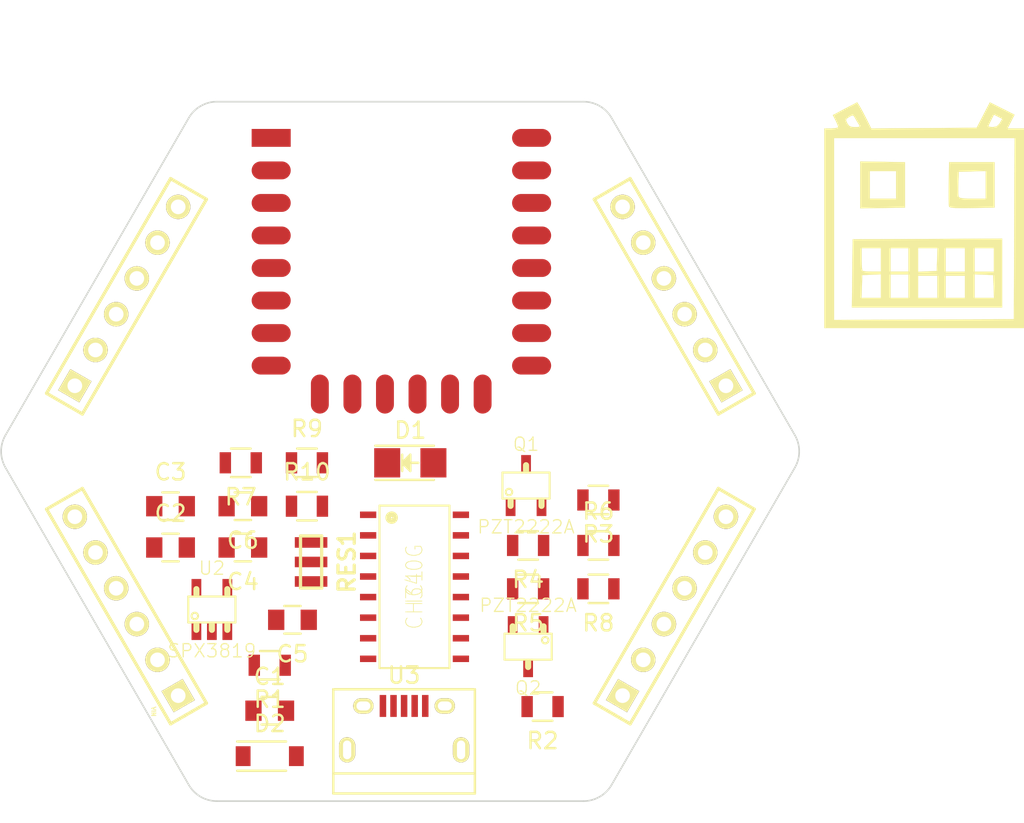
<source format=kicad_pcb>
(kicad_pcb (version 20160815) (host pcbnew 201610071317+7282~55~ubuntu16.04.1-)

  (general
    (links 70)
    (no_connects 70)
    (area 117.4115 29.817699 197.942003 80.7715)
    (thickness 1.6)
    (drawings 13)
    (tracks 2)
    (zones 0)
    (modules 30)
    (nets 48)
  )

  (page A4)
  (layers
    (0 F.Cu signal)
    (31 B.Cu signal)
    (32 B.Adhes user)
    (33 F.Adhes user)
    (34 B.Paste user)
    (35 F.Paste user)
    (36 B.SilkS user)
    (37 F.SilkS user)
    (38 B.Mask user)
    (39 F.Mask user)
    (40 Dwgs.User user)
    (41 Cmts.User user)
    (42 Eco1.User user)
    (43 Eco2.User user)
    (44 Edge.Cuts user)
    (45 Margin user)
    (46 B.CrtYd user)
    (47 F.CrtYd user)
    (48 B.Fab user)
    (49 F.Fab user)
  )

  (setup
    (last_trace_width 0.15)
    (user_trace_width 0.15)
    (user_trace_width 0.2)
    (user_trace_width 0.25)
    (user_trace_width 0.3)
    (user_trace_width 0.4)
    (user_trace_width 0.5)
    (user_trace_width 0.8)
    (user_trace_width 1)
    (trace_clearance 0.149)
    (zone_clearance 0.508)
    (zone_45_only no)
    (trace_min 0.15)
    (segment_width 0.01)
    (edge_width 0.1)
    (via_size 0.6)
    (via_drill 0.3)
    (via_min_size 0.6)
    (via_min_drill 0.3)
    (uvia_size 0.3)
    (uvia_drill 0.1)
    (uvias_allowed no)
    (uvia_min_size 0.2)
    (uvia_min_drill 0.1)
    (pcb_text_width 0.3)
    (pcb_text_size 1.5 1.5)
    (mod_edge_width 0.15)
    (mod_text_size 1 1)
    (mod_text_width 0.15)
    (pad_size 0.6 1.05)
    (pad_drill 0)
    (pad_to_mask_clearance 0.075)
    (aux_axis_origin 0 0)
    (visible_elements FFFEFF7F)
    (pcbplotparams
      (layerselection 0x00030_ffffffff)
      (usegerberextensions false)
      (excludeedgelayer true)
      (linewidth 0.100000)
      (plotframeref false)
      (viasonmask false)
      (mode 1)
      (useauxorigin false)
      (hpglpennumber 1)
      (hpglpenspeed 20)
      (hpglpendiameter 15)
      (psnegative false)
      (psa4output false)
      (plotreference true)
      (plotvalue true)
      (plotinvisibletext false)
      (padsonsilk false)
      (subtractmaskfromsilk false)
      (outputformat 1)
      (mirror false)
      (drillshape 1)
      (scaleselection 1)
      (outputdirectory ""))
  )

  (net 0 "")
  (net 1 VBUS)
  (net 2 GND)
  (net 3 +3V3)
  (net 4 /GPIO15)
  (net 5 /GPIO0)
  (net 6 /GPIO16)
  (net 7 /GPIO2)
  (net 8 /GPIO5)
  (net 9 /GPIO4)
  (net 10 /GPIO14)
  (net 11 /GPIO13)
  (net 12 /GPIO12)
  (net 13 /RXD)
  (net 14 /TXD)
  (net 15 /CH_PD)
  (net 16 /RESET)
  (net 17 "Net-(J4-Pad3)")
  (net 18 /ADC)
  (net 19 "Net-(U1-Pad9)")
  (net 20 "Net-(U1-Pad10)")
  (net 21 "Net-(U1-Pad11)")
  (net 22 "Net-(U1-Pad12)")
  (net 23 "Net-(U1-Pad13)")
  (net 24 "Net-(U1-Pad14)")
  (net 25 "Net-(J4-Pad2)")
  (net 26 "Net-(C5-Pad1)")
  (net 27 "Net-(IC1-Pad2)")
  (net 28 "Net-(IC1-Pad3)")
  (net 29 /D+)
  (net 30 /D-)
  (net 31 /XI)
  (net 32 /XO)
  (net 33 "Net-(IC1-Pad15)")
  (net 34 /RTS)
  (net 35 /DTR)
  (net 36 "Net-(IC1-Pad12)")
  (net 37 "Net-(IC1-Pad11)")
  (net 38 "Net-(IC1-Pad10)")
  (net 39 "Net-(IC1-Pad9)")
  (net 40 "Net-(Q1-Pad1)")
  (net 41 "Net-(Q2-Pad1)")
  (net 42 /EN)
  (net 43 "Net-(U2-Pad4)")
  (net 44 "Net-(U3-Pad4)")
  (net 45 "Net-(D1-Pad1)")
  (net 46 "Net-(J1-Pad1)")
  (net 47 "Net-(J1-Pad2)")

  (net_class Default "This is the default net class."
    (clearance 0.149)
    (trace_width 0.15)
    (via_dia 0.6)
    (via_drill 0.3)
    (uvia_dia 0.3)
    (uvia_drill 0.1)
    (diff_pair_gap 0.25)
    (diff_pair_width 0.2)
    (add_net +3V3)
    (add_net /ADC)
    (add_net /CH_PD)
    (add_net /D+)
    (add_net /D-)
    (add_net /DTR)
    (add_net /EN)
    (add_net /GPIO0)
    (add_net /GPIO12)
    (add_net /GPIO13)
    (add_net /GPIO14)
    (add_net /GPIO15)
    (add_net /GPIO16)
    (add_net /GPIO2)
    (add_net /GPIO4)
    (add_net /GPIO5)
    (add_net /RESET)
    (add_net /RTS)
    (add_net /RXD)
    (add_net /TXD)
    (add_net /XI)
    (add_net /XO)
    (add_net GND)
    (add_net "Net-(C5-Pad1)")
    (add_net "Net-(D1-Pad1)")
    (add_net "Net-(IC1-Pad10)")
    (add_net "Net-(IC1-Pad11)")
    (add_net "Net-(IC1-Pad12)")
    (add_net "Net-(IC1-Pad15)")
    (add_net "Net-(IC1-Pad2)")
    (add_net "Net-(IC1-Pad3)")
    (add_net "Net-(IC1-Pad9)")
    (add_net "Net-(J1-Pad1)")
    (add_net "Net-(J1-Pad2)")
    (add_net "Net-(J4-Pad2)")
    (add_net "Net-(J4-Pad3)")
    (add_net "Net-(Q1-Pad1)")
    (add_net "Net-(Q2-Pad1)")
    (add_net "Net-(U1-Pad10)")
    (add_net "Net-(U1-Pad11)")
    (add_net "Net-(U1-Pad12)")
    (add_net "Net-(U1-Pad13)")
    (add_net "Net-(U1-Pad14)")
    (add_net "Net-(U1-Pad9)")
    (add_net "Net-(U2-Pad4)")
    (add_net "Net-(U3-Pad4)")
    (add_net VBUS)
  )

  (module icezum:1x6-Socket-header-2.54mm locked (layer F.Cu) (tedit 57F84656) (tstamp 579D5290)
    (at 122.0089 53.6829 60)
    (descr "Through hole socket strip")
    (tags "socket strip")
    (path /579E29FC)
    (fp_text reference J1 (at -0.3175 -1.9558 60) (layer F.SilkS) hide
      (effects (font (size 0.5 0.5) (thickness 0.04)))
    )
    (fp_text value 1x6_female_pin_Header_2.54mm (at 4.2926 1.9304 60) (layer Eco2.User)
      (effects (font (size 0.5 0.5) (thickness 0.04)))
    )
    (fp_line (start -0.254 0) (end 0.254 0) (layer F.CrtYd) (width 0.05))
    (fp_line (start 0 -0.254) (end 0 0.254) (layer F.CrtYd) (width 0.05))
    (fp_line (start -1.4478 -1.4478) (end 14.1605 -1.4478) (layer F.CrtYd) (width 0.05))
    (fp_line (start 14.1605 -1.4478) (end 14.1605 1.4478) (layer F.CrtYd) (width 0.05))
    (fp_line (start 14.1605 1.4478) (end -1.4351 1.4478) (layer F.CrtYd) (width 0.05))
    (fp_line (start -1.4351 1.4478) (end -1.4478 -1.4478) (layer F.CrtYd) (width 0.05))
    (fp_line (start -1.27 -1.27) (end 13.97 -1.27) (layer F.SilkS) (width 0.2032))
    (fp_line (start 13.97 -1.27) (end 13.97 1.27) (layer F.SilkS) (width 0.2032))
    (fp_line (start 13.97 1.27) (end -1.27 1.27) (layer F.SilkS) (width 0.2032))
    (fp_line (start -1.27 1.27) (end -1.27 -1.27) (layer F.SilkS) (width 0.2032))
    (pad 6 thru_hole circle (at 12.7 0 60) (size 1.5 1.5) (drill 0.9) (layers *.Cu *.Mask F.SilkS)
      (net 16 /RESET))
    (pad 5 thru_hole circle (at 10.16 0 60) (size 1.5 1.5) (drill 0.9) (layers *.Cu *.Mask F.SilkS)
      (net 18 /ADC))
    (pad 4 thru_hole circle (at 7.62 0 60) (size 1.5 1.5) (drill 0.9) (layers *.Cu *.Mask F.SilkS)
      (net 15 /CH_PD))
    (pad 3 thru_hole circle (at 5.08 0 60) (size 1.5 1.5) (drill 0.9) (layers *.Cu *.Mask F.SilkS)
      (net 6 /GPIO16))
    (pad 2 thru_hole circle (at 2.54 0 60) (size 1.5 1.5) (drill 0.9) (layers *.Cu *.Mask F.SilkS)
      (net 47 "Net-(J1-Pad2)"))
    (pad 1 thru_hole rect (at 0 0 60) (size 1.5 1.5) (drill 0.9) (layers *.Cu *.Mask F.SilkS)
      (net 46 "Net-(J1-Pad1)"))
    (model ${KIPRJMOD}/3D/1x6-male-header-black.wrl
      (at (xyz 0.2519685039370079 0 0))
      (scale (xyz 0.3937 0.3937 0.3937))
      (rotate (xyz 0 0 0))
    )
  )

  (module icezum:1x6-Socket-header-2.54mm locked (layer F.Cu) (tedit 57F84656) (tstamp 579D529A)
    (at 128.3589 72.7329 120)
    (descr "Through hole socket strip")
    (tags "socket strip")
    (path /579E2D94)
    (fp_text reference J2 (at -0.3175 -1.9558 120) (layer F.SilkS) hide
      (effects (font (size 0.5 0.5) (thickness 0.04)))
    )
    (fp_text value 1x6_female_pin_Header_2.54mm (at 4.2926 1.9304 120) (layer Eco2.User)
      (effects (font (size 0.5 0.5) (thickness 0.04)))
    )
    (fp_line (start -0.254 0) (end 0.254 0) (layer F.CrtYd) (width 0.05))
    (fp_line (start 0 -0.254) (end 0 0.254) (layer F.CrtYd) (width 0.05))
    (fp_line (start -1.4478 -1.4478) (end 14.1605 -1.4478) (layer F.CrtYd) (width 0.05))
    (fp_line (start 14.1605 -1.4478) (end 14.1605 1.4478) (layer F.CrtYd) (width 0.05))
    (fp_line (start 14.1605 1.4478) (end -1.4351 1.4478) (layer F.CrtYd) (width 0.05))
    (fp_line (start -1.4351 1.4478) (end -1.4478 -1.4478) (layer F.CrtYd) (width 0.05))
    (fp_line (start -1.27 -1.27) (end 13.97 -1.27) (layer F.SilkS) (width 0.2032))
    (fp_line (start 13.97 -1.27) (end 13.97 1.27) (layer F.SilkS) (width 0.2032))
    (fp_line (start 13.97 1.27) (end -1.27 1.27) (layer F.SilkS) (width 0.2032))
    (fp_line (start -1.27 1.27) (end -1.27 -1.27) (layer F.SilkS) (width 0.2032))
    (pad 6 thru_hole circle (at 12.7 0 120) (size 1.5 1.5) (drill 0.9) (layers *.Cu *.Mask F.SilkS)
      (net 10 /GPIO14))
    (pad 5 thru_hole circle (at 10.16 0 120) (size 1.5 1.5) (drill 0.9) (layers *.Cu *.Mask F.SilkS)
      (net 12 /GPIO12))
    (pad 4 thru_hole circle (at 7.62 0 120) (size 1.5 1.5) (drill 0.9) (layers *.Cu *.Mask F.SilkS)
      (net 11 /GPIO13))
    (pad 3 thru_hole circle (at 5.08 0 120) (size 1.5 1.5) (drill 0.9) (layers *.Cu *.Mask F.SilkS)
      (net 2 GND))
    (pad 2 thru_hole circle (at 2.54 0 120) (size 1.5 1.5) (drill 0.9) (layers *.Cu *.Mask F.SilkS)
      (net 3 +3V3))
    (pad 1 thru_hole rect (at 0 0 120) (size 1.5 1.5) (drill 0.9) (layers *.Cu *.Mask F.SilkS)
      (net 1 VBUS))
    (model ${KIPRJMOD}/3D/1x6-male-header-yellow.wrl
      (at (xyz 0.2519685039370079 0 0))
      (scale (xyz 0.3937 0.3937 0.3937))
      (rotate (xyz 0 0 0))
    )
  )

  (module icezum:1x6-Socket-header-2.54mm locked (layer F.Cu) (tedit 57F84656) (tstamp 579D52A4)
    (at 162.0139 53.6829 120)
    (descr "Through hole socket strip")
    (tags "socket strip")
    (path /579E2CB2)
    (fp_text reference J3 (at -0.3175 -1.9558 120) (layer F.SilkS) hide
      (effects (font (size 0.5 0.5) (thickness 0.04)))
    )
    (fp_text value 1x6_female_pin_Header_2.54mm (at 4.2926 1.9304 120) (layer Eco2.User)
      (effects (font (size 0.5 0.5) (thickness 0.04)))
    )
    (fp_line (start -0.254 0) (end 0.254 0) (layer F.CrtYd) (width 0.05))
    (fp_line (start 0 -0.254) (end 0 0.254) (layer F.CrtYd) (width 0.05))
    (fp_line (start -1.4478 -1.4478) (end 14.1605 -1.4478) (layer F.CrtYd) (width 0.05))
    (fp_line (start 14.1605 -1.4478) (end 14.1605 1.4478) (layer F.CrtYd) (width 0.05))
    (fp_line (start 14.1605 1.4478) (end -1.4351 1.4478) (layer F.CrtYd) (width 0.05))
    (fp_line (start -1.4351 1.4478) (end -1.4478 -1.4478) (layer F.CrtYd) (width 0.05))
    (fp_line (start -1.27 -1.27) (end 13.97 -1.27) (layer F.SilkS) (width 0.2032))
    (fp_line (start 13.97 -1.27) (end 13.97 1.27) (layer F.SilkS) (width 0.2032))
    (fp_line (start 13.97 1.27) (end -1.27 1.27) (layer F.SilkS) (width 0.2032))
    (fp_line (start -1.27 1.27) (end -1.27 -1.27) (layer F.SilkS) (width 0.2032))
    (pad 6 thru_hole circle (at 12.7 0 120) (size 1.5 1.5) (drill 0.9) (layers *.Cu *.Mask F.SilkS)
      (net 14 /TXD))
    (pad 5 thru_hole circle (at 10.16 0 120) (size 1.5 1.5) (drill 0.9) (layers *.Cu *.Mask F.SilkS)
      (net 13 /RXD))
    (pad 4 thru_hole circle (at 7.62 0 120) (size 1.5 1.5) (drill 0.9) (layers *.Cu *.Mask F.SilkS)
      (net 8 /GPIO5))
    (pad 3 thru_hole circle (at 5.08 0 120) (size 1.5 1.5) (drill 0.9) (layers *.Cu *.Mask F.SilkS)
      (net 9 /GPIO4))
    (pad 2 thru_hole circle (at 2.54 0 120) (size 1.5 1.5) (drill 0.9) (layers *.Cu *.Mask F.SilkS)
      (net 5 /GPIO0))
    (pad 1 thru_hole rect (at 0 0 120) (size 1.5 1.5) (drill 0.9) (layers *.Cu *.Mask F.SilkS)
      (net 7 /GPIO2))
    (model ${KIPRJMOD}/3D/1x6-male-header-blue.wrl
      (at (xyz 0.2519685039370079 0 0))
      (scale (xyz 0.3937 0.3937 0.3937))
      (rotate (xyz 0 0 0))
    )
  )

  (module icezum:1x6-Socket-header-2.54mm locked (layer F.Cu) (tedit 57F84656) (tstamp 579D52AE)
    (at 155.6639 72.7329 60)
    (descr "Through hole socket strip")
    (tags "socket strip")
    (path /579E2E73)
    (fp_text reference J4 (at -0.3175 -1.9558 60) (layer F.SilkS) hide
      (effects (font (size 0.5 0.5) (thickness 0.04)))
    )
    (fp_text value 1x6_female_pin_Header_2.54mm (at 4.2926 1.9304 60) (layer Eco2.User)
      (effects (font (size 0.5 0.5) (thickness 0.04)))
    )
    (fp_line (start -0.254 0) (end 0.254 0) (layer F.CrtYd) (width 0.05))
    (fp_line (start 0 -0.254) (end 0 0.254) (layer F.CrtYd) (width 0.05))
    (fp_line (start -1.4478 -1.4478) (end 14.1605 -1.4478) (layer F.CrtYd) (width 0.05))
    (fp_line (start 14.1605 -1.4478) (end 14.1605 1.4478) (layer F.CrtYd) (width 0.05))
    (fp_line (start 14.1605 1.4478) (end -1.4351 1.4478) (layer F.CrtYd) (width 0.05))
    (fp_line (start -1.4351 1.4478) (end -1.4478 -1.4478) (layer F.CrtYd) (width 0.05))
    (fp_line (start -1.27 -1.27) (end 13.97 -1.27) (layer F.SilkS) (width 0.2032))
    (fp_line (start 13.97 -1.27) (end 13.97 1.27) (layer F.SilkS) (width 0.2032))
    (fp_line (start 13.97 1.27) (end -1.27 1.27) (layer F.SilkS) (width 0.2032))
    (fp_line (start -1.27 1.27) (end -1.27 -1.27) (layer F.SilkS) (width 0.2032))
    (pad 6 thru_hole circle (at 12.7 0 60) (size 1.5 1.5) (drill 0.9) (layers *.Cu *.Mask F.SilkS)
      (net 4 /GPIO15))
    (pad 5 thru_hole circle (at 10.16 0 60) (size 1.5 1.5) (drill 0.9) (layers *.Cu *.Mask F.SilkS)
      (net 2 GND))
    (pad 4 thru_hole circle (at 7.62 0 60) (size 1.5 1.5) (drill 0.9) (layers *.Cu *.Mask F.SilkS)
      (net 3 +3V3))
    (pad 3 thru_hole circle (at 5.08 0 60) (size 1.5 1.5) (drill 0.9) (layers *.Cu *.Mask F.SilkS)
      (net 17 "Net-(J4-Pad3)"))
    (pad 2 thru_hole circle (at 2.54 0 60) (size 1.5 1.5) (drill 0.9) (layers *.Cu *.Mask F.SilkS)
      (net 25 "Net-(J4-Pad2)"))
    (pad 1 thru_hole rect (at 0 0 60) (size 1.5 1.5) (drill 0.9) (layers *.Cu *.Mask F.SilkS)
      (net 1 VBUS))
    (model ${KIPRJMOD}/3D/1x6-male-header-red.wrl
      (at (xyz 0.2519685039370079 0 0))
      (scale (xyz 0.3937 0.3937 0.3937))
      (rotate (xyz 0 0 0))
    )
  )

  (module ESP8266:ESP-12E locked (layer F.Cu) (tedit 57F84656) (tstamp 579D532B)
    (at 134.0739 38.4429)
    (descr "Module, ESP-8266, ESP-12, 16 pad, SMD")
    (tags "Module ESP-8266 ESP8266")
    (path /579DA8B1)
    (fp_text reference U1 (at -2 -2) (layer F.SilkS) hide
      (effects (font (size 1 1) (thickness 0.15)))
    )
    (fp_text value ESP-12E (at 8 1) (layer F.Fab)
      (effects (font (size 1 1) (thickness 0.15)))
    )
    (fp_line (start 16 -8.4) (end 0 -2.6) (layer F.CrtYd) (width 0.1524))
    (fp_line (start 0 -8.4) (end 16 -2.6) (layer F.CrtYd) (width 0.1524))
    (fp_text user "No Copper" (at 7.9 -5.4) (layer F.CrtYd)
      (effects (font (size 1 1) (thickness 0.15)))
    )
    (fp_line (start 0 -8.4) (end 0 -2.6) (layer F.CrtYd) (width 0.1524))
    (fp_line (start 0 -2.6) (end 16 -2.6) (layer F.CrtYd) (width 0.1524))
    (fp_line (start 16 -2.6) (end 16 -8.4) (layer F.CrtYd) (width 0.1524))
    (fp_line (start 16 -8.4) (end 0 -8.4) (layer F.CrtYd) (width 0.1524))
    (fp_line (start 16 -8.4) (end 16 15.6) (layer F.Fab) (width 0.1524))
    (fp_line (start 16 15.6) (end 0 15.6) (layer F.Fab) (width 0.1524))
    (fp_line (start 0 15.6) (end 0 -8.4) (layer F.Fab) (width 0.1524))
    (fp_line (start 0 -8.4) (end 16 -8.4) (layer F.Fab) (width 0.1524))
    (pad 22 smd oval (at 16 0) (size 2.4 1.1) (layers F.Cu F.Paste F.Mask)
      (net 14 /TXD))
    (pad 21 smd oval (at 16 2) (size 2.4 1.1) (layers F.Cu F.Paste F.Mask)
      (net 13 /RXD))
    (pad 20 smd oval (at 16 4) (size 2.4 1.1) (layers F.Cu F.Paste F.Mask)
      (net 8 /GPIO5))
    (pad 19 smd oval (at 16 6) (size 2.4 1.1) (layers F.Cu F.Paste F.Mask)
      (net 9 /GPIO4))
    (pad 18 smd oval (at 16 8) (size 2.4 1.1) (layers F.Cu F.Paste F.Mask)
      (net 5 /GPIO0))
    (pad 17 smd oval (at 16 10) (size 2.4 1.1) (layers F.Cu F.Paste F.Mask)
      (net 7 /GPIO2))
    (pad 16 smd oval (at 16 12) (size 2.4 1.1) (layers F.Cu F.Paste F.Mask)
      (net 4 /GPIO15))
    (pad 15 smd oval (at 16 14) (size 2.4 1.1) (layers F.Cu F.Paste F.Mask)
      (net 2 GND))
    (pad 8 smd oval (at 0 14) (size 2.4 1.1) (layers F.Cu F.Paste F.Mask)
      (net 3 +3V3))
    (pad 7 smd oval (at 0 12) (size 2.4 1.1) (layers F.Cu F.Paste F.Mask)
      (net 11 /GPIO13))
    (pad 6 smd oval (at 0 10) (size 2.4 1.1) (layers F.Cu F.Paste F.Mask)
      (net 12 /GPIO12))
    (pad 5 smd oval (at 0 8) (size 2.4 1.1) (layers F.Cu F.Paste F.Mask)
      (net 10 /GPIO14))
    (pad 4 smd oval (at 0 6) (size 2.4 1.1) (layers F.Cu F.Paste F.Mask)
      (net 6 /GPIO16))
    (pad 3 smd oval (at 0 4) (size 2.4 1.1) (layers F.Cu F.Paste F.Mask)
      (net 15 /CH_PD))
    (pad 2 smd oval (at 0 2) (size 2.4 1.1) (layers F.Cu F.Paste F.Mask)
      (net 18 /ADC))
    (pad 1 smd rect (at 0 0) (size 2.4 1.1) (layers F.Cu F.Paste F.Mask)
      (net 16 /RESET))
    (pad 14 smd oval (at 12.99 15.75 90) (size 2.4 1.1) (layers F.Cu F.Paste F.Mask)
      (net 24 "Net-(U1-Pad14)"))
    (pad 13 smd oval (at 10.99 15.75 90) (size 2.4 1.1) (layers F.Cu F.Paste F.Mask)
      (net 23 "Net-(U1-Pad13)"))
    (pad 12 smd oval (at 8.99 15.75 90) (size 2.4 1.1) (layers F.Cu F.Paste F.Mask)
      (net 22 "Net-(U1-Pad12)"))
    (pad 11 smd oval (at 6.99 15.75 90) (size 2.4 1.1) (layers F.Cu F.Paste F.Mask)
      (net 21 "Net-(U1-Pad11)"))
    (pad 10 smd oval (at 4.99 15.75 90) (size 2.4 1.1) (layers F.Cu F.Paste F.Mask)
      (net 20 "Net-(U1-Pad10)"))
    (pad 9 smd oval (at 2.99 15.75 90) (size 2.4 1.1) (layers F.Cu F.Paste F.Mask)
      (net 19 "Net-(U1-Pad9)"))
    (model ${KIPRJMOD}/packages3d/ESP-12f.wrl
      (at (xyz 0.3149606299212598 -0.1377952755905512 0))
      (scale (xyz 0.3937 0.3937 0.3937))
      (rotate (xyz 0 0 0))
    )
  )

  (module images:robot_001 (layer F.Cu) (tedit 0) (tstamp 57B10E04)
    (at 175.006 43.2816)
    (fp_text reference G*** (at 0 0) (layer F.SilkS) hide
      (effects (font (thickness 0.3)))
    )
    (fp_text value LOGO (at 0.75 0) (layer F.SilkS) hide
      (effects (font (thickness 0.3)))
    )
    (fp_poly (pts (xy -4.804794 -6.836029) (xy -4.706859 -6.669205) (xy -4.562408 -6.402826) (xy -4.399707 -6.089259)
      (xy -4.369845 -6.030221) (xy -4.060859 -5.416658) (xy -0.82393 -5.438829) (xy 2.413 -5.461)
      (xy 2.458588 -5.54904) (xy 3.132667 -5.54904) (xy 3.206863 -5.518039) (xy 3.387796 -5.503489)
      (xy 3.410745 -5.503334) (xy 3.638744 -5.542437) (xy 3.796664 -5.690339) (xy 3.836762 -5.753772)
      (xy 3.984699 -6.004211) (xy 3.730256 -6.135789) (xy 3.475812 -6.267366) (xy 3.304239 -5.931056)
      (xy 3.20043 -5.718196) (xy 3.139434 -5.574993) (xy 3.132667 -5.54904) (xy 2.458588 -5.54904)
      (xy 3.22338 -7.025996) (xy 3.983151 -6.644417) (xy 4.742921 -6.262837) (xy 4.529034 -5.840752)
      (xy 4.315148 -5.418667) (xy 5.334 -5.418667) (xy 5.334 6.858) (xy -6.942666 6.858)
      (xy -6.942666 -4.826) (xy -6.35 -4.826) (xy -6.35 6.351226) (xy 4.699 6.307666)
      (xy 4.720776 0.740833) (xy 4.742551 -4.826) (xy -6.35 -4.826) (xy -6.942666 -4.826)
      (xy -6.942666 -5.418667) (xy -6.519333 -5.418667) (xy -6.27421 -5.434579) (xy -6.122363 -5.47564)
      (xy -6.096 -5.506707) (xy -6.13194 -5.631901) (xy -6.221895 -5.839042) (xy -6.259976 -5.916122)
      (xy -5.612104 -5.916122) (xy -5.54243 -5.751089) (xy -5.537927 -5.742367) (xy -5.428243 -5.584002)
      (xy -5.276241 -5.515991) (xy -5.068088 -5.503334) (xy -4.852135 -5.50869) (xy -4.774784 -5.54228)
      (xy -4.805313 -5.630386) (xy -4.845421 -5.693834) (xy -4.985074 -5.923354) (xy -5.071035 -6.077134)
      (xy -5.150087 -6.202339) (xy -5.237486 -6.21923) (xy -5.398232 -6.136917) (xy -5.417311 -6.125667)
      (xy -5.577964 -6.016935) (xy -5.612104 -5.916122) (xy -6.259976 -5.916122) (xy -6.260658 -5.917502)
      (xy -6.425316 -6.240258) (xy -5.678036 -6.634266) (xy -4.930757 -7.028274) (xy -4.804794 -6.836029)) (layer F.SilkS) (width 0.01))
    (fp_poly (pts (xy 3.979334 5.588) (xy -5.252291 5.588) (xy -5.245887 4.995333) (xy -4.663515 4.995333)
      (xy -3.471333 4.995333) (xy -3.471333 3.556) (xy -2.878666 3.556) (xy -2.878666 4.995333)
      (xy -1.778 4.995333) (xy -1.778 3.640666) (xy -1.185333 3.640666) (xy -1.185333 4.995333)
      (xy 0 4.995333) (xy 0 3.640666) (xy 0.508 3.640666) (xy 0.508 4.995333)
      (xy 1.693334 4.995333) (xy 2.286 4.995333) (xy 3.478182 4.995333) (xy 3.429 3.598333)
      (xy 2.286 3.548263) (xy 2.286 4.995333) (xy 1.693334 4.995333) (xy 1.693334 3.640666)
      (xy 0.508 3.640666) (xy 0 3.640666) (xy -1.185333 3.640666) (xy -1.778 3.640666)
      (xy -1.778 3.556) (xy -2.878666 3.556) (xy -3.471333 3.556) (xy -3.471333 3.548263)
      (xy -4.614333 3.598333) (xy -4.663515 4.995333) (xy -5.245887 4.995333) (xy -5.229646 3.4925)
      (xy -5.212948 1.947333) (xy -4.656666 1.947333) (xy -4.656666 2.610555) (xy -4.649914 2.930899)
      (xy -4.632022 3.182371) (xy -4.606535 3.319758) (xy -4.600222 3.330222) (xy -4.491948 3.359601)
      (xy -4.265948 3.380016) (xy -4.007555 3.386666) (xy -3.471333 3.386666) (xy -3.471333 1.947333)
      (xy -2.878666 1.947333) (xy -2.878666 3.386666) (xy -1.778 3.386666) (xy -1.778 1.947333)
      (xy -1.185333 1.947333) (xy -1.185333 3.394403) (xy -0.042333 3.344333) (xy -0.017742 2.645833)
      (xy 0.006848 1.947333) (xy 0.508 1.947333) (xy 0.508 3.386666) (xy 1.693334 3.386666)
      (xy 1.693334 1.947333) (xy 2.286 1.947333) (xy 2.286 3.386666) (xy 3.471334 3.386666)
      (xy 3.471334 1.947333) (xy 2.286 1.947333) (xy 1.693334 1.947333) (xy 0.508 1.947333)
      (xy 0.006848 1.947333) (xy -1.185333 1.947333) (xy -1.778 1.947333) (xy -2.878666 1.947333)
      (xy -3.471333 1.947333) (xy -4.656666 1.947333) (xy -5.212948 1.947333) (xy -5.207 1.397)
      (xy 3.979334 1.353208) (xy 3.979334 5.588)) (layer F.SilkS) (width 0.01))
    (fp_poly (pts (xy -3.3655 -3.367598) (xy -1.989666 -3.344334) (xy -1.989666 -0.550334) (xy -3.3655 -0.52707)
      (xy -4.741333 -0.503806) (xy -4.741333 -2.794) (xy -4.148666 -2.794) (xy -4.148666 -1.100667)
      (xy -2.54 -1.100667) (xy -2.54 -2.794) (xy -4.148666 -2.794) (xy -4.741333 -2.794)
      (xy -4.741333 -3.390862) (xy -3.3655 -3.367598)) (layer F.SilkS) (width 0.01))
    (fp_poly (pts (xy 3.513667 -0.550334) (xy 2.135984 -0.527061) (xy 1.597925 -0.520929) (xy 1.208217 -0.524312)
      (xy 0.946076 -0.5385) (xy 0.790719 -0.564786) (xy 0.721364 -0.604458) (xy 0.715518 -0.615283)
      (xy 0.702165 -0.735209) (xy 0.693597 -0.992232) (xy 0.690252 -1.354171) (xy 0.692081 -1.697714)
      (xy 1.280984 -1.697714) (xy 1.285399 -1.415202) (xy 1.299691 -1.239217) (xy 1.306024 -1.213578)
      (xy 1.379878 -1.156499) (xy 1.563611 -1.120789) (xy 1.879629 -1.103472) (xy 2.156343 -1.100667)
      (xy 2.963334 -1.100667) (xy 2.963334 -2.800132) (xy 2.137834 -2.7759) (xy 1.312334 -2.751667)
      (xy 1.287515 -2.039078) (xy 1.280984 -1.697714) (xy 0.692081 -1.697714) (xy 0.692567 -1.788846)
      (xy 0.6962 -2.035555) (xy 0.719667 -3.344334) (xy 3.513667 -3.344334) (xy 3.513667 -0.550334)) (layer F.SilkS) (width 0.01))
  )

  (module Capacitors_SMD:C_0805 (layer F.Cu) (tedit 57F84656) (tstamp 57F67169)
    (at 133.985 73.66)
    (descr "Capacitor SMD 0805, reflow soldering, AVX (see smccp.pdf)")
    (tags "capacitor 0805")
    (path /579D1569)
    (attr smd)
    (fp_text reference C1 (at 0 -2.1) (layer F.SilkS)
      (effects (font (size 1 1) (thickness 0.15)))
    )
    (fp_text value 10uF (at 0 2.1) (layer F.Fab)
      (effects (font (size 1 1) (thickness 0.15)))
    )
    (fp_line (start -1 0.625) (end -1 -0.625) (layer F.Fab) (width 0.15))
    (fp_line (start 1 0.625) (end -1 0.625) (layer F.Fab) (width 0.15))
    (fp_line (start 1 -0.625) (end 1 0.625) (layer F.Fab) (width 0.15))
    (fp_line (start -1 -0.625) (end 1 -0.625) (layer F.Fab) (width 0.15))
    (fp_line (start -1.8 -1) (end 1.8 -1) (layer F.CrtYd) (width 0.05))
    (fp_line (start -1.8 1) (end 1.8 1) (layer F.CrtYd) (width 0.05))
    (fp_line (start -1.8 -1) (end -1.8 1) (layer F.CrtYd) (width 0.05))
    (fp_line (start 1.8 -1) (end 1.8 1) (layer F.CrtYd) (width 0.05))
    (fp_line (start 0.5 -0.85) (end -0.5 -0.85) (layer F.SilkS) (width 0.15))
    (fp_line (start -0.5 0.85) (end 0.5 0.85) (layer F.SilkS) (width 0.15))
    (pad 2 smd rect (at 1 0) (size 1 1.25) (layers F.Cu F.Paste F.Mask)
      (net 2 GND))
    (pad 1 smd rect (at -1 0) (size 1 1.25) (layers F.Cu F.Paste F.Mask)
      (net 1 VBUS))
    (model Capacitors_SMD.3dshapes/C_0805.wrl
      (at (xyz 0 0 0))
      (scale (xyz 1 1 1))
      (rotate (xyz 0 0 0))
    )
  )

  (module Capacitors_SMD:C_0805 (layer F.Cu) (tedit 57F84656) (tstamp 57F6716F)
    (at 127.889 63.627)
    (descr "Capacitor SMD 0805, reflow soldering, AVX (see smccp.pdf)")
    (tags "capacitor 0805")
    (path /579D1648)
    (attr smd)
    (fp_text reference C2 (at 0 -2.1) (layer F.SilkS)
      (effects (font (size 1 1) (thickness 0.15)))
    )
    (fp_text value 10uF (at 0 2.1) (layer F.Fab)
      (effects (font (size 1 1) (thickness 0.15)))
    )
    (fp_line (start -1 0.625) (end -1 -0.625) (layer F.Fab) (width 0.15))
    (fp_line (start 1 0.625) (end -1 0.625) (layer F.Fab) (width 0.15))
    (fp_line (start 1 -0.625) (end 1 0.625) (layer F.Fab) (width 0.15))
    (fp_line (start -1 -0.625) (end 1 -0.625) (layer F.Fab) (width 0.15))
    (fp_line (start -1.8 -1) (end 1.8 -1) (layer F.CrtYd) (width 0.05))
    (fp_line (start -1.8 1) (end 1.8 1) (layer F.CrtYd) (width 0.05))
    (fp_line (start -1.8 -1) (end -1.8 1) (layer F.CrtYd) (width 0.05))
    (fp_line (start 1.8 -1) (end 1.8 1) (layer F.CrtYd) (width 0.05))
    (fp_line (start 0.5 -0.85) (end -0.5 -0.85) (layer F.SilkS) (width 0.15))
    (fp_line (start -0.5 0.85) (end 0.5 0.85) (layer F.SilkS) (width 0.15))
    (pad 2 smd rect (at 1 0) (size 1 1.25) (layers F.Cu F.Paste F.Mask)
      (net 2 GND))
    (pad 1 smd rect (at -1 0) (size 1 1.25) (layers F.Cu F.Paste F.Mask)
      (net 3 +3V3))
    (model Capacitors_SMD.3dshapes/C_0805.wrl
      (at (xyz 0 0 0))
      (scale (xyz 1 1 1))
      (rotate (xyz 0 0 0))
    )
  )

  (module Capacitors_SMD:C_0805 (layer F.Cu) (tedit 57F84656) (tstamp 57F67175)
    (at 127.889 61.087)
    (descr "Capacitor SMD 0805, reflow soldering, AVX (see smccp.pdf)")
    (tags "capacitor 0805")
    (path /579D1608)
    (attr smd)
    (fp_text reference C3 (at 0 -2.1) (layer F.SilkS)
      (effects (font (size 1 1) (thickness 0.15)))
    )
    (fp_text value 1uF (at 0 2.1) (layer F.Fab)
      (effects (font (size 1 1) (thickness 0.15)))
    )
    (fp_line (start -0.5 0.85) (end 0.5 0.85) (layer F.SilkS) (width 0.15))
    (fp_line (start 0.5 -0.85) (end -0.5 -0.85) (layer F.SilkS) (width 0.15))
    (fp_line (start 1.8 -1) (end 1.8 1) (layer F.CrtYd) (width 0.05))
    (fp_line (start -1.8 -1) (end -1.8 1) (layer F.CrtYd) (width 0.05))
    (fp_line (start -1.8 1) (end 1.8 1) (layer F.CrtYd) (width 0.05))
    (fp_line (start -1.8 -1) (end 1.8 -1) (layer F.CrtYd) (width 0.05))
    (fp_line (start -1 -0.625) (end 1 -0.625) (layer F.Fab) (width 0.15))
    (fp_line (start 1 -0.625) (end 1 0.625) (layer F.Fab) (width 0.15))
    (fp_line (start 1 0.625) (end -1 0.625) (layer F.Fab) (width 0.15))
    (fp_line (start -1 0.625) (end -1 -0.625) (layer F.Fab) (width 0.15))
    (pad 1 smd rect (at -1 0) (size 1 1.25) (layers F.Cu F.Paste F.Mask)
      (net 3 +3V3))
    (pad 2 smd rect (at 1 0) (size 1 1.25) (layers F.Cu F.Paste F.Mask)
      (net 2 GND))
    (model Capacitors_SMD.3dshapes/C_0805.wrl
      (at (xyz 0 0 0))
      (scale (xyz 1 1 1))
      (rotate (xyz 0 0 0))
    )
  )

  (module Capacitors_SMD:C_0805 (layer F.Cu) (tedit 57F84656) (tstamp 57F6717B)
    (at 132.334 63.627 180)
    (descr "Capacitor SMD 0805, reflow soldering, AVX (see smccp.pdf)")
    (tags "capacitor 0805")
    (path /57F5C96B)
    (attr smd)
    (fp_text reference C4 (at 0 -2.1 180) (layer F.SilkS)
      (effects (font (size 1 1) (thickness 0.15)))
    )
    (fp_text value 10uF (at 0 2.1 180) (layer F.Fab)
      (effects (font (size 1 1) (thickness 0.15)))
    )
    (fp_line (start -0.5 0.85) (end 0.5 0.85) (layer F.SilkS) (width 0.15))
    (fp_line (start 0.5 -0.85) (end -0.5 -0.85) (layer F.SilkS) (width 0.15))
    (fp_line (start 1.8 -1) (end 1.8 1) (layer F.CrtYd) (width 0.05))
    (fp_line (start -1.8 -1) (end -1.8 1) (layer F.CrtYd) (width 0.05))
    (fp_line (start -1.8 1) (end 1.8 1) (layer F.CrtYd) (width 0.05))
    (fp_line (start -1.8 -1) (end 1.8 -1) (layer F.CrtYd) (width 0.05))
    (fp_line (start -1 -0.625) (end 1 -0.625) (layer F.Fab) (width 0.15))
    (fp_line (start 1 -0.625) (end 1 0.625) (layer F.Fab) (width 0.15))
    (fp_line (start 1 0.625) (end -1 0.625) (layer F.Fab) (width 0.15))
    (fp_line (start -1 0.625) (end -1 -0.625) (layer F.Fab) (width 0.15))
    (pad 1 smd rect (at -1 0 180) (size 1 1.25) (layers F.Cu F.Paste F.Mask)
      (net 1 VBUS))
    (pad 2 smd rect (at 1 0 180) (size 1 1.25) (layers F.Cu F.Paste F.Mask)
      (net 2 GND))
    (model Capacitors_SMD.3dshapes/C_0805.wrl
      (at (xyz 0 0 0))
      (scale (xyz 1 1 1))
      (rotate (xyz 0 0 0))
    )
  )

  (module Capacitors_SMD:C_0805 (layer F.Cu) (tedit 57F84656) (tstamp 57F67181)
    (at 135.382 68.072 180)
    (descr "Capacitor SMD 0805, reflow soldering, AVX (see smccp.pdf)")
    (tags "capacitor 0805")
    (path /579D6665)
    (attr smd)
    (fp_text reference C5 (at 0 -2.1 180) (layer F.SilkS)
      (effects (font (size 1 1) (thickness 0.15)))
    )
    (fp_text value 100nF (at 0 2.1 180) (layer F.Fab)
      (effects (font (size 1 1) (thickness 0.15)))
    )
    (fp_line (start -0.5 0.85) (end 0.5 0.85) (layer F.SilkS) (width 0.15))
    (fp_line (start 0.5 -0.85) (end -0.5 -0.85) (layer F.SilkS) (width 0.15))
    (fp_line (start 1.8 -1) (end 1.8 1) (layer F.CrtYd) (width 0.05))
    (fp_line (start -1.8 -1) (end -1.8 1) (layer F.CrtYd) (width 0.05))
    (fp_line (start -1.8 1) (end 1.8 1) (layer F.CrtYd) (width 0.05))
    (fp_line (start -1.8 -1) (end 1.8 -1) (layer F.CrtYd) (width 0.05))
    (fp_line (start -1 -0.625) (end 1 -0.625) (layer F.Fab) (width 0.15))
    (fp_line (start 1 -0.625) (end 1 0.625) (layer F.Fab) (width 0.15))
    (fp_line (start 1 0.625) (end -1 0.625) (layer F.Fab) (width 0.15))
    (fp_line (start -1 0.625) (end -1 -0.625) (layer F.Fab) (width 0.15))
    (pad 1 smd rect (at -1 0 180) (size 1 1.25) (layers F.Cu F.Paste F.Mask)
      (net 26 "Net-(C5-Pad1)"))
    (pad 2 smd rect (at 1 0 180) (size 1 1.25) (layers F.Cu F.Paste F.Mask)
      (net 2 GND))
    (model Capacitors_SMD.3dshapes/C_0805.wrl
      (at (xyz 0 0 0))
      (scale (xyz 1 1 1))
      (rotate (xyz 0 0 0))
    )
  )

  (module Capacitors_SMD:C_0805 (layer F.Cu) (tedit 57F84656) (tstamp 57F67187)
    (at 132.334 61.087 180)
    (descr "Capacitor SMD 0805, reflow soldering, AVX (see smccp.pdf)")
    (tags "capacitor 0805")
    (path /57F5C4ED)
    (attr smd)
    (fp_text reference C6 (at 0 -2.1 180) (layer F.SilkS)
      (effects (font (size 1 1) (thickness 0.15)))
    )
    (fp_text value 100nF (at 0 2.1 180) (layer F.Fab)
      (effects (font (size 1 1) (thickness 0.15)))
    )
    (fp_line (start -1 0.625) (end -1 -0.625) (layer F.Fab) (width 0.15))
    (fp_line (start 1 0.625) (end -1 0.625) (layer F.Fab) (width 0.15))
    (fp_line (start 1 -0.625) (end 1 0.625) (layer F.Fab) (width 0.15))
    (fp_line (start -1 -0.625) (end 1 -0.625) (layer F.Fab) (width 0.15))
    (fp_line (start -1.8 -1) (end 1.8 -1) (layer F.CrtYd) (width 0.05))
    (fp_line (start -1.8 1) (end 1.8 1) (layer F.CrtYd) (width 0.05))
    (fp_line (start -1.8 -1) (end -1.8 1) (layer F.CrtYd) (width 0.05))
    (fp_line (start 1.8 -1) (end 1.8 1) (layer F.CrtYd) (width 0.05))
    (fp_line (start 0.5 -0.85) (end -0.5 -0.85) (layer F.SilkS) (width 0.15))
    (fp_line (start -0.5 0.85) (end 0.5 0.85) (layer F.SilkS) (width 0.15))
    (pad 2 smd rect (at 1 0 180) (size 1 1.25) (layers F.Cu F.Paste F.Mask)
      (net 2 GND))
    (pad 1 smd rect (at -1 0 180) (size 1 1.25) (layers F.Cu F.Paste F.Mask)
      (net 1 VBUS))
    (model Capacitors_SMD.3dshapes/C_0805.wrl
      (at (xyz 0 0 0))
      (scale (xyz 1 1 1))
      (rotate (xyz 0 0 0))
    )
  )

  (module LEDs:LED_1206 (layer F.Cu) (tedit 57F84656) (tstamp 57F6718D)
    (at 142.621 58.42)
    (descr "LED 1206 smd package")
    (tags "LED1206 SMD")
    (path /579E74FA)
    (attr smd)
    (fp_text reference D1 (at 0 -2) (layer F.SilkS)
      (effects (font (size 1 1) (thickness 0.15)))
    )
    (fp_text value PURPLE (at 0 2) (layer F.Fab)
      (effects (font (size 1 1) (thickness 0.15)))
    )
    (fp_line (start 2.5 1.25) (end 2.5 -1.25) (layer F.CrtYd) (width 0.05))
    (fp_line (start -2.5 1.25) (end 2.5 1.25) (layer F.CrtYd) (width 0.05))
    (fp_line (start -2.5 -1.25) (end -2.5 1.25) (layer F.CrtYd) (width 0.05))
    (fp_line (start 2.5 -1.25) (end -2.5 -1.25) (layer F.CrtYd) (width 0.05))
    (fp_line (start 0 0.5) (end -0.5 0) (layer F.SilkS) (width 0.15))
    (fp_line (start 0 -0.5) (end 0 0.5) (layer F.SilkS) (width 0.15))
    (fp_line (start -0.5 0) (end 0 -0.5) (layer F.SilkS) (width 0.15))
    (fp_line (start 0 0) (end 0.5 0) (layer F.SilkS) (width 0.15))
    (fp_line (start -0.5 -0.5) (end -0.5 0.5) (layer F.SilkS) (width 0.15))
    (fp_line (start -0.2 0.05) (end -0.25 0) (layer F.SilkS) (width 0.15))
    (fp_line (start -0.2 -0.2) (end -0.2 0.05) (layer F.SilkS) (width 0.15))
    (fp_line (start -0.4 0) (end -0.2 -0.2) (layer F.SilkS) (width 0.15))
    (fp_line (start -0.1 0.3) (end -0.4 0) (layer F.SilkS) (width 0.15))
    (fp_line (start -0.1 -0.3) (end -0.1 0.3) (layer F.SilkS) (width 0.15))
    (fp_line (start -2.15 -1.05) (end 1.45 -1.05) (layer F.SilkS) (width 0.15))
    (fp_line (start -2.15 1.05) (end 1.45 1.05) (layer F.SilkS) (width 0.15))
    (fp_line (start -1.6 -0.8) (end 1.6 -0.8) (layer F.Fab) (width 0.15))
    (fp_line (start 1.6 -0.8) (end 1.6 0.8) (layer F.Fab) (width 0.15))
    (fp_line (start 1.6 0.8) (end -1.6 0.8) (layer F.Fab) (width 0.15))
    (fp_line (start -1.6 0.8) (end -1.6 -0.8) (layer F.Fab) (width 0.15))
    (fp_line (start 0 -0.5) (end 0 0.5) (layer F.Fab) (width 0.15))
    (fp_line (start 0 0.5) (end -0.5 0) (layer F.Fab) (width 0.15))
    (fp_line (start -0.5 0) (end 0 -0.5) (layer F.Fab) (width 0.15))
    (fp_line (start -0.5 -0.5) (end -0.5 0.5) (layer F.Fab) (width 0.15))
    (pad 2 smd rect (at 1.41986 0 180) (size 1.59766 1.80086) (layers F.Cu F.Paste F.Mask)
      (net 3 +3V3))
    (pad 1 smd rect (at -1.41986 0 180) (size 1.59766 1.80086) (layers F.Cu F.Paste F.Mask)
      (net 45 "Net-(D1-Pad1)"))
    (model LEDs.3dshapes/LED_1206.wrl
      (at (xyz 0 0 0))
      (scale (xyz 1 1 1))
      (rotate (xyz 0 0 180))
    )
  )

  (module Diodes_SMD:SOD-123 (layer F.Cu) (tedit 57F84656) (tstamp 57F67193)
    (at 133.985 76.454)
    (descr SOD-123)
    (tags SOD-123)
    (path /57F5F038)
    (attr smd)
    (fp_text reference D2 (at 0 -2) (layer F.SilkS)
      (effects (font (size 1 1) (thickness 0.15)))
    )
    (fp_text value MBR120 (at 0 2.1) (layer F.Fab)
      (effects (font (size 1 1) (thickness 0.15)))
    )
    (fp_line (start -2 -0.9) (end 1 -0.9) (layer F.SilkS) (width 0.15))
    (fp_line (start -2 0.9) (end 1 0.9) (layer F.SilkS) (width 0.15))
    (fp_line (start -2.25 -1.05) (end -2.25 1.05) (layer F.CrtYd) (width 0.05))
    (fp_line (start 2.25 1.05) (end -2.25 1.05) (layer F.CrtYd) (width 0.05))
    (fp_line (start 2.25 -1.05) (end 2.25 1.05) (layer F.CrtYd) (width 0.05))
    (fp_line (start -2.25 -1.05) (end 2.25 -1.05) (layer F.CrtYd) (width 0.05))
    (fp_line (start -1.35 -0.8) (end 1.35 -0.8) (layer F.Fab) (width 0.15))
    (fp_line (start 1.35 -0.8) (end 1.35 0.8) (layer F.Fab) (width 0.15))
    (fp_line (start 1.35 0.8) (end -1.35 0.8) (layer F.Fab) (width 0.15))
    (fp_line (start -1.35 0.8) (end -1.35 -0.8) (layer F.Fab) (width 0.15))
    (fp_line (start -0.75 0) (end -0.35 0) (layer F.Fab) (width 0.15))
    (fp_line (start -0.35 0) (end -0.35 -0.55) (layer F.Fab) (width 0.15))
    (fp_line (start -0.35 0) (end -0.35 0.55) (layer F.Fab) (width 0.15))
    (fp_line (start -0.35 0) (end 0.25 -0.4) (layer F.Fab) (width 0.15))
    (fp_line (start 0.25 -0.4) (end 0.25 0.4) (layer F.Fab) (width 0.15))
    (fp_line (start 0.25 0.4) (end -0.35 0) (layer F.Fab) (width 0.15))
    (fp_line (start 0.25 0) (end 0.75 0) (layer F.Fab) (width 0.15))
    (pad 1 smd rect (at -1.635 0) (size 0.91 1.22) (layers F.Cu F.Paste F.Mask)
      (net 1 VBUS))
    (pad 2 smd rect (at 1.635 0) (size 0.91 1.22) (layers F.Cu F.Paste F.Mask)
      (net 1 VBUS))
    (model ${KISYS3DMOD}/Diodes_SMD.3dshapes/SOD-323.wrl
      (at (xyz 0 0 0))
      (scale (xyz 1.4 1 1))
      (rotate (xyz 0 0 180))
    )
  )

  (module CH340G:SOP-16 (layer F.Cu) (tedit 57F84656) (tstamp 57F671A7)
    (at 142.875 66.04 270)
    (path /579D41A6)
    (solder_mask_margin 0.1)
    (attr smd)
    (fp_text reference IC1 (at 0 0 270) (layer F.SilkS)
      (effects (font (size 1 0.9) (thickness 0.05)))
    )
    (fp_text value CH340G (at 0 0 270) (layer F.SilkS)
      (effects (font (size 1 0.9) (thickness 0.05)))
    )
    (fp_line (start -4.99 2.145) (end 5 2.145) (layer F.SilkS) (width 0.127))
    (fp_line (start 5 2.145) (end 5 -2.155) (layer F.SilkS) (width 0.127))
    (fp_line (start 5 -2.155) (end -4.99 -2.155) (layer F.SilkS) (width 0.127))
    (fp_line (start -4.99 -2.155) (end -4.99 2.145) (layer F.SilkS) (width 0.127))
    (fp_circle (center -4.25 1.4) (end -4.2 1.4) (layer F.SilkS) (width 0.127))
    (fp_circle (center -4.25 1.4) (end -4.1382 1.4) (layer F.SilkS) (width 0.127))
    (fp_circle (center -4.25 1.4) (end -4.03787 1.4) (layer F.SilkS) (width 0.127))
    (fp_circle (center -4.25 1.4) (end -3.92985 1.4) (layer F.SilkS) (width 0.127))
    (pad 9 smd rect (at 4.43 -2.855 90) (size 0.4 1) (layers F.Cu F.Paste F.Mask)
      (net 39 "Net-(IC1-Pad9)") (solder_mask_margin 0.2))
    (pad 10 smd rect (at 3.165 -2.855 90) (size 0.4 1) (layers F.Cu F.Paste F.Mask)
      (net 38 "Net-(IC1-Pad10)") (solder_mask_margin 0.2))
    (pad 11 smd rect (at 1.9 -2.855 90) (size 0.4 1) (layers F.Cu F.Paste F.Mask)
      (net 37 "Net-(IC1-Pad11)") (solder_mask_margin 0.2))
    (pad 12 smd rect (at 0.635 -2.855 90) (size 0.4 1) (layers F.Cu F.Paste F.Mask)
      (net 36 "Net-(IC1-Pad12)") (solder_mask_margin 0.2))
    (pad 13 smd rect (at -0.63 -2.855 90) (size 0.4 1) (layers F.Cu F.Paste F.Mask)
      (net 35 /DTR) (solder_mask_margin 0.2))
    (pad 14 smd rect (at -1.895 -2.855 90) (size 0.4 1) (layers F.Cu F.Paste F.Mask)
      (net 34 /RTS) (solder_mask_margin 0.2))
    (pad 15 smd rect (at -3.16 -2.855 90) (size 0.4 1) (layers F.Cu F.Paste F.Mask)
      (net 33 "Net-(IC1-Pad15)") (solder_mask_margin 0.2))
    (pad 16 smd rect (at -4.425 -2.855 90) (size 0.4 1) (layers F.Cu F.Paste F.Mask)
      (net 1 VBUS) (solder_mask_margin 0.2))
    (pad 8 smd rect (at 4.43 2.845 90) (size 0.4 1) (layers F.Cu F.Paste F.Mask)
      (net 32 /XO) (solder_mask_margin 0.2))
    (pad 7 smd rect (at 3.165 2.845 90) (size 0.4 1) (layers F.Cu F.Paste F.Mask)
      (net 31 /XI) (solder_mask_margin 0.2))
    (pad 6 smd rect (at 1.9 2.845 90) (size 0.4 1) (layers F.Cu F.Paste F.Mask)
      (net 30 /D-) (solder_mask_margin 0.2))
    (pad 5 smd rect (at 0.635 2.845 90) (size 0.4 1) (layers F.Cu F.Paste F.Mask)
      (net 29 /D+) (solder_mask_margin 0.2))
    (pad 4 smd rect (at -0.63 2.845 90) (size 0.4 1) (layers F.Cu F.Paste F.Mask)
      (net 26 "Net-(C5-Pad1)") (solder_mask_margin 0.2))
    (pad 3 smd rect (at -1.895 2.845 90) (size 0.4 1) (layers F.Cu F.Paste F.Mask)
      (net 28 "Net-(IC1-Pad3)") (solder_mask_margin 0.2))
    (pad 2 smd rect (at -3.16 2.845 90) (size 0.4 1) (layers F.Cu F.Paste F.Mask)
      (net 27 "Net-(IC1-Pad2)") (solder_mask_margin 0.2))
    (pad 1 smd rect (at -4.425 2.845 90) (size 0.4 1) (layers F.Cu F.Paste F.Mask)
      (net 2 GND) (solder_mask_margin 0.2))
    (model ${KISYS3DMOD}/Housings_SOIC.3dshapes/SOIC-16_3.9x9.9mm_Pitch1.27mm.wrl
      (at (xyz 0 0 0))
      (scale (xyz 1 1 1))
      (rotate (xyz 0 0 90))
    )
  )

  (module ab2_sot:AB2_SOT23-3 (layer F.Cu) (tedit 57F84656) (tstamp 57F671AE)
    (at 149.733 59.817)
    (path /579D9217)
    (fp_text reference Q1 (at 0 -2.54) (layer F.SilkS)
      (effects (font (size 0.8128 0.8128) (thickness 0.0762)))
    )
    (fp_text value PZT2222A (at 0 2.54) (layer F.SilkS)
      (effects (font (size 0.8128 0.8128) (thickness 0.0762)))
    )
    (fp_line (start -1.45 0.8) (end -1.45 -0.8) (layer F.SilkS) (width 0.127))
    (fp_line (start 1.45 -0.8) (end 1.45 0.8) (layer F.SilkS) (width 0.127))
    (fp_circle (center -1.05 0.4) (end -0.85 0.4) (layer F.SilkS) (width 0.127))
    (fp_line (start -0.95 0.925) (end -0.95 1.25) (layer F.SilkS) (width 0.375))
    (fp_line (start -1.45 0.8) (end 1.45 0.8) (layer F.SilkS) (width 0.127))
    (fp_line (start -1.45 -0.8) (end 1.45 -0.8) (layer F.SilkS) (width 0.127))
    (fp_line (start 0.95 0.925) (end 0.95 1.25) (layer F.SilkS) (width 0.375))
    (fp_line (start 0 -1.25) (end 0 -0.925) (layer F.SilkS) (width 0.375))
    (pad 3 smd rect (at 0 -1.35) (size 0.6 1.05) (layers F.Cu F.Paste F.Mask)
      (net 35 /DTR))
    (pad 1 smd rect (at -0.95 1.35) (size 0.6 1.05) (layers F.Cu F.Paste F.Mask)
      (net 40 "Net-(Q1-Pad1)"))
    (pad 2 smd rect (at 0.95 1.35) (size 0.6 1.05) (layers F.Cu F.Paste F.Mask)
      (net 5 /GPIO0))
    (model ${KISYS3DMOD}/smd_trans/sot23.wrl
      (at (xyz 0 0 0))
      (scale (xyz 1 1 1))
      (rotate (xyz 0 0 0))
    )
  )

  (module ab2_sot:AB2_SOT23-3 (layer F.Cu) (tedit 57F84656) (tstamp 57F671B5)
    (at 149.86 69.723 180)
    (path /579D92EB)
    (fp_text reference Q2 (at 0 -2.54 180) (layer F.SilkS)
      (effects (font (size 0.8128 0.8128) (thickness 0.0762)))
    )
    (fp_text value PZT2222A (at 0 2.54 180) (layer F.SilkS)
      (effects (font (size 0.8128 0.8128) (thickness 0.0762)))
    )
    (fp_line (start 0 -1.25) (end 0 -0.925) (layer F.SilkS) (width 0.375))
    (fp_line (start 0.95 0.925) (end 0.95 1.25) (layer F.SilkS) (width 0.375))
    (fp_line (start -1.45 -0.8) (end 1.45 -0.8) (layer F.SilkS) (width 0.127))
    (fp_line (start -1.45 0.8) (end 1.45 0.8) (layer F.SilkS) (width 0.127))
    (fp_line (start -0.95 0.925) (end -0.95 1.25) (layer F.SilkS) (width 0.375))
    (fp_circle (center -1.05 0.4) (end -0.85 0.4) (layer F.SilkS) (width 0.127))
    (fp_line (start 1.45 -0.8) (end 1.45 0.8) (layer F.SilkS) (width 0.127))
    (fp_line (start -1.45 0.8) (end -1.45 -0.8) (layer F.SilkS) (width 0.127))
    (pad 2 smd rect (at 0.95 1.35 180) (size 0.6 1.05) (layers F.Cu F.Paste F.Mask)
      (net 16 /RESET))
    (pad 1 smd rect (at -0.95 1.35 180) (size 0.6 1.05) (layers F.Cu F.Paste F.Mask)
      (net 41 "Net-(Q2-Pad1)"))
    (pad 3 smd rect (at 0 -1.35 180) (size 0.6 1.05) (layers F.Cu F.Paste F.Mask)
      (net 34 /RTS))
    (model ${KISYS3DMOD}/smd_trans/sot23.wrl
      (at (xyz 0 0 0))
      (scale (xyz 1 1 1))
      (rotate (xyz 0 0 0))
    )
  )

  (module Resistors_SMD:R_0805 (layer F.Cu) (tedit 57F84656) (tstamp 57F671BB)
    (at 133.985 70.866 180)
    (descr "Resistor SMD 0805, reflow soldering, Vishay (see dcrcw.pdf)")
    (tags "resistor 0805")
    (path /579D168E)
    (attr smd)
    (fp_text reference R1 (at 0 -2.1 180) (layer F.SilkS)
      (effects (font (size 1 1) (thickness 0.15)))
    )
    (fp_text value 10K (at 0 2.1 180) (layer F.Fab)
      (effects (font (size 1 1) (thickness 0.15)))
    )
    (fp_line (start -1.6 -1) (end 1.6 -1) (layer F.CrtYd) (width 0.05))
    (fp_line (start -1.6 1) (end 1.6 1) (layer F.CrtYd) (width 0.05))
    (fp_line (start -1.6 -1) (end -1.6 1) (layer F.CrtYd) (width 0.05))
    (fp_line (start 1.6 -1) (end 1.6 1) (layer F.CrtYd) (width 0.05))
    (fp_line (start 0.6 0.875) (end -0.6 0.875) (layer F.SilkS) (width 0.15))
    (fp_line (start -0.6 -0.875) (end 0.6 -0.875) (layer F.SilkS) (width 0.15))
    (pad 2 smd rect (at 0.95 0 180) (size 0.7 1.3) (layers F.Cu F.Paste F.Mask)
      (net 42 /EN))
    (pad 1 smd rect (at -0.95 0 180) (size 0.7 1.3) (layers F.Cu F.Paste F.Mask)
      (net 1 VBUS))
    (model Resistors_SMD.3dshapes/R_0805.wrl
      (at (xyz 0 0 0))
      (scale (xyz 1 1 1))
      (rotate (xyz 0 0 0))
    )
  )

  (module Resistors_SMD:R_0805 (layer F.Cu) (tedit 57F84656) (tstamp 57F671C1)
    (at 150.749 73.406 180)
    (descr "Resistor SMD 0805, reflow soldering, Vishay (see dcrcw.pdf)")
    (tags "resistor 0805")
    (path /579D315B)
    (attr smd)
    (fp_text reference R2 (at 0 -2.1 180) (layer F.SilkS)
      (effects (font (size 1 1) (thickness 0.15)))
    )
    (fp_text value 10K (at 0 2.1 180) (layer F.Fab)
      (effects (font (size 1 1) (thickness 0.15)))
    )
    (fp_line (start -1.6 -1) (end 1.6 -1) (layer F.CrtYd) (width 0.05))
    (fp_line (start -1.6 1) (end 1.6 1) (layer F.CrtYd) (width 0.05))
    (fp_line (start -1.6 -1) (end -1.6 1) (layer F.CrtYd) (width 0.05))
    (fp_line (start 1.6 -1) (end 1.6 1) (layer F.CrtYd) (width 0.05))
    (fp_line (start 0.6 0.875) (end -0.6 0.875) (layer F.SilkS) (width 0.15))
    (fp_line (start -0.6 -0.875) (end 0.6 -0.875) (layer F.SilkS) (width 0.15))
    (pad 2 smd rect (at 0.95 0 180) (size 0.7 1.3) (layers F.Cu F.Paste F.Mask)
      (net 16 /RESET))
    (pad 1 smd rect (at -0.95 0 180) (size 0.7 1.3) (layers F.Cu F.Paste F.Mask)
      (net 3 +3V3))
    (model Resistors_SMD.3dshapes/R_0805.wrl
      (at (xyz 0 0 0))
      (scale (xyz 1 1 1))
      (rotate (xyz 0 0 0))
    )
  )

  (module Resistors_SMD:R_0805 (layer F.Cu) (tedit 57F84656) (tstamp 57F671C7)
    (at 154.178 60.706 180)
    (descr "Resistor SMD 0805, reflow soldering, Vishay (see dcrcw.pdf)")
    (tags "resistor 0805")
    (path /579E6C23)
    (attr smd)
    (fp_text reference R3 (at 0 -2.1 180) (layer F.SilkS)
      (effects (font (size 1 1) (thickness 0.15)))
    )
    (fp_text value 1K (at 0 2.1 180) (layer F.Fab)
      (effects (font (size 1 1) (thickness 0.15)))
    )
    (fp_line (start -0.6 -0.875) (end 0.6 -0.875) (layer F.SilkS) (width 0.15))
    (fp_line (start 0.6 0.875) (end -0.6 0.875) (layer F.SilkS) (width 0.15))
    (fp_line (start 1.6 -1) (end 1.6 1) (layer F.CrtYd) (width 0.05))
    (fp_line (start -1.6 -1) (end -1.6 1) (layer F.CrtYd) (width 0.05))
    (fp_line (start -1.6 1) (end 1.6 1) (layer F.CrtYd) (width 0.05))
    (fp_line (start -1.6 -1) (end 1.6 -1) (layer F.CrtYd) (width 0.05))
    (pad 1 smd rect (at -0.95 0 180) (size 0.7 1.3) (layers F.Cu F.Paste F.Mask)
      (net 5 /GPIO0))
    (pad 2 smd rect (at 0.95 0 180) (size 0.7 1.3) (layers F.Cu F.Paste F.Mask)
      (net 45 "Net-(D1-Pad1)"))
    (model Resistors_SMD.3dshapes/R_0805.wrl
      (at (xyz 0 0 0))
      (scale (xyz 1 1 1))
      (rotate (xyz 0 0 0))
    )
  )

  (module Resistors_SMD:R_0805 (layer F.Cu) (tedit 57F84656) (tstamp 57F671CD)
    (at 149.86 63.5 180)
    (descr "Resistor SMD 0805, reflow soldering, Vishay (see dcrcw.pdf)")
    (tags "resistor 0805")
    (path /579D9571)
    (attr smd)
    (fp_text reference R4 (at 0 -2.1 180) (layer F.SilkS)
      (effects (font (size 1 1) (thickness 0.15)))
    )
    (fp_text value 10K (at 0 2.1 180) (layer F.Fab)
      (effects (font (size 1 1) (thickness 0.15)))
    )
    (fp_line (start -0.6 -0.875) (end 0.6 -0.875) (layer F.SilkS) (width 0.15))
    (fp_line (start 0.6 0.875) (end -0.6 0.875) (layer F.SilkS) (width 0.15))
    (fp_line (start 1.6 -1) (end 1.6 1) (layer F.CrtYd) (width 0.05))
    (fp_line (start -1.6 -1) (end -1.6 1) (layer F.CrtYd) (width 0.05))
    (fp_line (start -1.6 1) (end 1.6 1) (layer F.CrtYd) (width 0.05))
    (fp_line (start -1.6 -1) (end 1.6 -1) (layer F.CrtYd) (width 0.05))
    (pad 1 smd rect (at -0.95 0 180) (size 0.7 1.3) (layers F.Cu F.Paste F.Mask)
      (net 40 "Net-(Q1-Pad1)"))
    (pad 2 smd rect (at 0.95 0 180) (size 0.7 1.3) (layers F.Cu F.Paste F.Mask)
      (net 34 /RTS))
    (model Resistors_SMD.3dshapes/R_0805.wrl
      (at (xyz 0 0 0))
      (scale (xyz 1 1 1))
      (rotate (xyz 0 0 0))
    )
  )

  (module Resistors_SMD:R_0805 (layer F.Cu) (tedit 57F84656) (tstamp 57F671D3)
    (at 149.86 66.167 180)
    (descr "Resistor SMD 0805, reflow soldering, Vishay (see dcrcw.pdf)")
    (tags "resistor 0805")
    (path /579D983F)
    (attr smd)
    (fp_text reference R5 (at 0 -2.1 180) (layer F.SilkS)
      (effects (font (size 1 1) (thickness 0.15)))
    )
    (fp_text value 10K (at 0 2.1 180) (layer F.Fab)
      (effects (font (size 1 1) (thickness 0.15)))
    )
    (fp_line (start -1.6 -1) (end 1.6 -1) (layer F.CrtYd) (width 0.05))
    (fp_line (start -1.6 1) (end 1.6 1) (layer F.CrtYd) (width 0.05))
    (fp_line (start -1.6 -1) (end -1.6 1) (layer F.CrtYd) (width 0.05))
    (fp_line (start 1.6 -1) (end 1.6 1) (layer F.CrtYd) (width 0.05))
    (fp_line (start 0.6 0.875) (end -0.6 0.875) (layer F.SilkS) (width 0.15))
    (fp_line (start -0.6 -0.875) (end 0.6 -0.875) (layer F.SilkS) (width 0.15))
    (pad 2 smd rect (at 0.95 0 180) (size 0.7 1.3) (layers F.Cu F.Paste F.Mask)
      (net 35 /DTR))
    (pad 1 smd rect (at -0.95 0 180) (size 0.7 1.3) (layers F.Cu F.Paste F.Mask)
      (net 41 "Net-(Q2-Pad1)"))
    (model Resistors_SMD.3dshapes/R_0805.wrl
      (at (xyz 0 0 0))
      (scale (xyz 1 1 1))
      (rotate (xyz 0 0 0))
    )
  )

  (module Resistors_SMD:R_0805 (layer F.Cu) (tedit 57F84656) (tstamp 57F671D9)
    (at 154.178 63.5)
    (descr "Resistor SMD 0805, reflow soldering, Vishay (see dcrcw.pdf)")
    (tags "resistor 0805")
    (path /579E0C9D)
    (attr smd)
    (fp_text reference R6 (at 0 -2.1) (layer F.SilkS)
      (effects (font (size 1 1) (thickness 0.15)))
    )
    (fp_text value 1K (at 0 2.1) (layer F.Fab)
      (effects (font (size 1 1) (thickness 0.15)))
    )
    (fp_line (start -0.6 -0.875) (end 0.6 -0.875) (layer F.SilkS) (width 0.15))
    (fp_line (start 0.6 0.875) (end -0.6 0.875) (layer F.SilkS) (width 0.15))
    (fp_line (start 1.6 -1) (end 1.6 1) (layer F.CrtYd) (width 0.05))
    (fp_line (start -1.6 -1) (end -1.6 1) (layer F.CrtYd) (width 0.05))
    (fp_line (start -1.6 1) (end 1.6 1) (layer F.CrtYd) (width 0.05))
    (fp_line (start -1.6 -1) (end 1.6 -1) (layer F.CrtYd) (width 0.05))
    (pad 1 smd rect (at -0.95 0) (size 0.7 1.3) (layers F.Cu F.Paste F.Mask)
      (net 7 /GPIO2))
    (pad 2 smd rect (at 0.95 0) (size 0.7 1.3) (layers F.Cu F.Paste F.Mask)
      (net 3 +3V3))
    (model Resistors_SMD.3dshapes/R_0805.wrl
      (at (xyz 0 0 0))
      (scale (xyz 1 1 1))
      (rotate (xyz 0 0 0))
    )
  )

  (module Resistors_SMD:R_0805 (layer F.Cu) (tedit 57F84656) (tstamp 57F671DF)
    (at 132.207 58.42 180)
    (descr "Resistor SMD 0805, reflow soldering, Vishay (see dcrcw.pdf)")
    (tags "resistor 0805")
    (path /579E0FD1)
    (attr smd)
    (fp_text reference R7 (at 0 -2.1 180) (layer F.SilkS)
      (effects (font (size 1 1) (thickness 0.15)))
    )
    (fp_text value 1K (at 0 2.1 180) (layer F.Fab)
      (effects (font (size 1 1) (thickness 0.15)))
    )
    (fp_line (start -1.6 -1) (end 1.6 -1) (layer F.CrtYd) (width 0.05))
    (fp_line (start -1.6 1) (end 1.6 1) (layer F.CrtYd) (width 0.05))
    (fp_line (start -1.6 -1) (end -1.6 1) (layer F.CrtYd) (width 0.05))
    (fp_line (start 1.6 -1) (end 1.6 1) (layer F.CrtYd) (width 0.05))
    (fp_line (start 0.6 0.875) (end -0.6 0.875) (layer F.SilkS) (width 0.15))
    (fp_line (start -0.6 -0.875) (end 0.6 -0.875) (layer F.SilkS) (width 0.15))
    (pad 2 smd rect (at 0.95 0 180) (size 0.7 1.3) (layers F.Cu F.Paste F.Mask)
      (net 3 +3V3))
    (pad 1 smd rect (at -0.95 0 180) (size 0.7 1.3) (layers F.Cu F.Paste F.Mask)
      (net 15 /CH_PD))
    (model Resistors_SMD.3dshapes/R_0805.wrl
      (at (xyz 0 0 0))
      (scale (xyz 1 1 1))
      (rotate (xyz 0 0 0))
    )
  )

  (module Resistors_SMD:R_0805 (layer F.Cu) (tedit 57F84656) (tstamp 57F671E5)
    (at 154.178 66.167 180)
    (descr "Resistor SMD 0805, reflow soldering, Vishay (see dcrcw.pdf)")
    (tags "resistor 0805")
    (path /579E103A)
    (attr smd)
    (fp_text reference R8 (at 0 -2.1 180) (layer F.SilkS)
      (effects (font (size 1 1) (thickness 0.15)))
    )
    (fp_text value 1K (at 0 2.1 180) (layer F.Fab)
      (effects (font (size 1 1) (thickness 0.15)))
    )
    (fp_line (start -0.6 -0.875) (end 0.6 -0.875) (layer F.SilkS) (width 0.15))
    (fp_line (start 0.6 0.875) (end -0.6 0.875) (layer F.SilkS) (width 0.15))
    (fp_line (start 1.6 -1) (end 1.6 1) (layer F.CrtYd) (width 0.05))
    (fp_line (start -1.6 -1) (end -1.6 1) (layer F.CrtYd) (width 0.05))
    (fp_line (start -1.6 1) (end 1.6 1) (layer F.CrtYd) (width 0.05))
    (fp_line (start -1.6 -1) (end 1.6 -1) (layer F.CrtYd) (width 0.05))
    (pad 1 smd rect (at -0.95 0 180) (size 0.7 1.3) (layers F.Cu F.Paste F.Mask)
      (net 2 GND))
    (pad 2 smd rect (at 0.95 0 180) (size 0.7 1.3) (layers F.Cu F.Paste F.Mask)
      (net 4 /GPIO15))
    (model Resistors_SMD.3dshapes/R_0805.wrl
      (at (xyz 0 0 0))
      (scale (xyz 1 1 1))
      (rotate (xyz 0 0 0))
    )
  )

  (module Resistors_SMD:R_0805 (layer F.Cu) (tedit 57F84656) (tstamp 57F671EB)
    (at 136.271 58.42)
    (descr "Resistor SMD 0805, reflow soldering, Vishay (see dcrcw.pdf)")
    (tags "resistor 0805")
    (path /579D56A0)
    (attr smd)
    (fp_text reference R9 (at 0 -2.1) (layer F.SilkS)
      (effects (font (size 1 1) (thickness 0.15)))
    )
    (fp_text value 470 (at 0 2.1) (layer F.Fab)
      (effects (font (size 1 1) (thickness 0.15)))
    )
    (fp_line (start -0.6 -0.875) (end 0.6 -0.875) (layer F.SilkS) (width 0.15))
    (fp_line (start 0.6 0.875) (end -0.6 0.875) (layer F.SilkS) (width 0.15))
    (fp_line (start 1.6 -1) (end 1.6 1) (layer F.CrtYd) (width 0.05))
    (fp_line (start -1.6 -1) (end -1.6 1) (layer F.CrtYd) (width 0.05))
    (fp_line (start -1.6 1) (end 1.6 1) (layer F.CrtYd) (width 0.05))
    (fp_line (start -1.6 -1) (end 1.6 -1) (layer F.CrtYd) (width 0.05))
    (pad 1 smd rect (at -0.95 0) (size 0.7 1.3) (layers F.Cu F.Paste F.Mask)
      (net 13 /RXD))
    (pad 2 smd rect (at 0.95 0) (size 0.7 1.3) (layers F.Cu F.Paste F.Mask)
      (net 27 "Net-(IC1-Pad2)"))
    (model Resistors_SMD.3dshapes/R_0805.wrl
      (at (xyz 0 0 0))
      (scale (xyz 1 1 1))
      (rotate (xyz 0 0 0))
    )
  )

  (module Resistors_SMD:R_0805 (layer F.Cu) (tedit 57F84656) (tstamp 57F671F1)
    (at 136.271 61.087)
    (descr "Resistor SMD 0805, reflow soldering, Vishay (see dcrcw.pdf)")
    (tags "resistor 0805")
    (path /579D5972)
    (attr smd)
    (fp_text reference R10 (at 0 -2.1) (layer F.SilkS)
      (effects (font (size 1 1) (thickness 0.15)))
    )
    (fp_text value 470 (at 0 2.1) (layer F.Fab)
      (effects (font (size 1 1) (thickness 0.15)))
    )
    (fp_line (start -1.6 -1) (end 1.6 -1) (layer F.CrtYd) (width 0.05))
    (fp_line (start -1.6 1) (end 1.6 1) (layer F.CrtYd) (width 0.05))
    (fp_line (start -1.6 -1) (end -1.6 1) (layer F.CrtYd) (width 0.05))
    (fp_line (start 1.6 -1) (end 1.6 1) (layer F.CrtYd) (width 0.05))
    (fp_line (start 0.6 0.875) (end -0.6 0.875) (layer F.SilkS) (width 0.15))
    (fp_line (start -0.6 -0.875) (end 0.6 -0.875) (layer F.SilkS) (width 0.15))
    (pad 2 smd rect (at 0.95 0) (size 0.7 1.3) (layers F.Cu F.Paste F.Mask)
      (net 28 "Net-(IC1-Pad3)"))
    (pad 1 smd rect (at -0.95 0) (size 0.7 1.3) (layers F.Cu F.Paste F.Mask)
      (net 14 /TXD))
    (model Resistors_SMD.3dshapes/R_0805.wrl
      (at (xyz 0 0 0))
      (scale (xyz 1 1 1))
      (rotate (xyz 0 0 0))
    )
  )

  (module Resonators:murata-resonator_SMD_CSTCE8M00G55-R0 (layer F.Cu) (tedit 57F84656) (tstamp 57F671F8)
    (at 136.525 64.516 270)
    (descr ./Docs/MURATA__p17e.pdf)
    (tags "resonator, murata, SMD, CSTCE8M00G55-R0")
    (path /579D46A2)
    (fp_text reference RES1 (at 0 -2.2 270) (layer F.SilkS)
      (effects (font (size 1 1) (thickness 0.2)))
    )
    (fp_text value AB2_RES_3P (at 0 2.25 270) (layer F.SilkS) hide
      (effects (font (size 1 1) (thickness 0.2)))
    )
    (fp_line (start -1.8 1.1) (end -1.8 -1.1) (layer F.CrtYd) (width 0.05))
    (fp_line (start 1.8 1.1) (end -1.8 1.1) (layer F.CrtYd) (width 0.05))
    (fp_line (start 1.8 -1.1) (end 1.8 1.1) (layer F.CrtYd) (width 0.05))
    (fp_line (start -1.8 -1.1) (end 1.8 -1.1) (layer F.CrtYd) (width 0.05))
    (fp_line (start 1.6 0.65) (end -1.6 0.65) (layer F.SilkS) (width 0.2))
    (fp_line (start -1.6 -0.65) (end 1.6 -0.65) (layer F.SilkS) (width 0.2))
    (fp_line (start 1.6 -0.65) (end 1.6 0.65) (layer F.SilkS) (width 0.2))
    (fp_line (start -1.6 -0.65) (end -1.6 0.65) (layer F.SilkS) (width 0.2))
    (pad 1 smd rect (at -1.2 0 270) (size 0.65 2) (layers F.Cu F.Paste F.Mask)
      (net 31 /XI))
    (pad 2 smd rect (at 0 0 270) (size 0.65 2) (layers F.Cu F.Paste F.Mask)
      (net 2 GND))
    (pad 3 smd rect (at 1.2 0 270) (size 0.65 2) (layers F.Cu F.Paste F.Mask)
      (net 32 /XO))
    (model ${KISYS3DMOD}/REsonator/Resonator_3.2x1.5mm.wrl
      (at (xyz 0 0 0))
      (scale (xyz 1 1 1))
      (rotate (xyz 0 0 0))
    )
  )

  (module ab2_sot:AB2_SOT23-5 (layer F.Cu) (tedit 57F84656) (tstamp 57F67208)
    (at 130.429 67.437)
    (path /579D0FA3)
    (fp_text reference U2 (at 0 -2.54) (layer F.SilkS)
      (effects (font (size 0.8128 0.8128) (thickness 0.0762)))
    )
    (fp_text value SPX3819 (at 0 2.54) (layer F.SilkS)
      (effects (font (size 0.8128 0.8128) (thickness 0.0762)))
    )
    (fp_line (start -0.95 -1.25) (end -0.95 -0.925) (layer F.SilkS) (width 0.375))
    (fp_line (start 0.95 -1.25) (end 0.95 -0.925) (layer F.SilkS) (width 0.375))
    (fp_line (start 0.95 0.925) (end 0.95 1.25) (layer F.SilkS) (width 0.375))
    (fp_line (start 0 0.925) (end 0 1.25) (layer F.SilkS) (width 0.375))
    (fp_line (start -1.45 -0.8) (end 1.45 -0.8) (layer F.SilkS) (width 0.127))
    (fp_line (start -1.45 0.8) (end 1.45 0.8) (layer F.SilkS) (width 0.127))
    (fp_line (start -0.95 0.925) (end -0.95 1.25) (layer F.SilkS) (width 0.375))
    (fp_circle (center -1.05 0.4) (end -0.85 0.4) (layer F.SilkS) (width 0.127))
    (fp_line (start 1.45 -0.8) (end 1.45 0.8) (layer F.SilkS) (width 0.127))
    (fp_line (start -1.45 0.8) (end -1.45 -0.8) (layer F.SilkS) (width 0.127))
    (pad 4 smd rect (at 0.95 -1.35) (size 0.6 1.05) (layers F.Cu F.Paste F.Mask)
      (net 43 "Net-(U2-Pad4)"))
    (pad 5 smd rect (at -0.95 -1.35) (size 0.6 1.05) (layers F.Cu F.Paste F.Mask)
      (net 3 +3V3))
    (pad 2 smd rect (at 0 1.35) (size 0.6 1.05) (layers F.Cu F.Paste F.Mask)
      (net 2 GND))
    (pad 3 smd rect (at 0.95 1.35) (size 0.6 1.05) (layers F.Cu F.Paste F.Mask)
      (net 42 /EN))
    (pad 1 smd rect (at -0.95 1.35) (size 0.6 1.05) (layers F.Cu F.Paste F.Mask)
      (net 1 VBUS))
    (model ${KISYS3DMOD}/smd_trans/sot323-5.wrl
      (at (xyz 0 0 0))
      (scale (xyz 1.399 1.2 1))
      (rotate (xyz 0 0 0))
    )
  )

  (module Connect:USB_Micro-B (layer F.Cu) (tedit 57F84656) (tstamp 57F67215)
    (at 142.24 74.93)
    (descr "Micro USB Type B Receptacle")
    (tags "USB USB_B USB_micro USB_OTG")
    (path /579D4052)
    (attr smd)
    (fp_text reference U3 (at 0 -3.45) (layer F.SilkS)
      (effects (font (size 1 1) (thickness 0.15)))
    )
    (fp_text value MICRO-B_USB (at 0 4.8) (layer F.Fab)
      (effects (font (size 1 1) (thickness 0.15)))
    )
    (fp_line (start -4.3509 3.81746) (end -4.3509 -2.58754) (layer F.SilkS) (width 0.15))
    (fp_line (start 4.3491 2.58746) (end -4.3509 2.58746) (layer F.SilkS) (width 0.15))
    (fp_line (start 4.3491 -2.58754) (end 4.3491 3.81746) (layer F.SilkS) (width 0.15))
    (fp_line (start -4.3509 -2.58754) (end 4.3491 -2.58754) (layer F.SilkS) (width 0.15))
    (fp_line (start -4.3509 3.81746) (end 4.3491 3.81746) (layer F.SilkS) (width 0.15))
    (fp_line (start -4.6 4.05) (end -4.6 -2.8) (layer F.CrtYd) (width 0.05))
    (fp_line (start 4.6 4.05) (end -4.6 4.05) (layer F.CrtYd) (width 0.05))
    (fp_line (start 4.6 -2.8) (end 4.6 4.05) (layer F.CrtYd) (width 0.05))
    (fp_line (start -4.6 -2.8) (end 4.6 -2.8) (layer F.CrtYd) (width 0.05))
    (pad 1 smd rect (at -1.3009 -1.56254 90) (size 1.35 0.4) (layers F.Cu F.Paste F.Mask)
      (net 1 VBUS))
    (pad 2 smd rect (at -0.6509 -1.56254 90) (size 1.35 0.4) (layers F.Cu F.Paste F.Mask)
      (net 30 /D-))
    (pad 3 smd rect (at -0.0009 -1.56254 90) (size 1.35 0.4) (layers F.Cu F.Paste F.Mask)
      (net 29 /D+))
    (pad 4 smd rect (at 0.6491 -1.56254 90) (size 1.35 0.4) (layers F.Cu F.Paste F.Mask)
      (net 44 "Net-(U3-Pad4)"))
    (pad 5 smd rect (at 1.2991 -1.56254 90) (size 1.35 0.4) (layers F.Cu F.Paste F.Mask)
      (net 2 GND))
    (pad 6 thru_hole oval (at -2.5009 -1.56254 90) (size 0.95 1.25) (drill oval 0.55 0.85) (layers *.Cu *.Mask F.SilkS))
    (pad 6 thru_hole oval (at 2.4991 -1.56254 90) (size 0.95 1.25) (drill oval 0.55 0.85) (layers *.Cu *.Mask F.SilkS))
    (pad 6 thru_hole oval (at -3.5009 1.13746 90) (size 1.55 1) (drill oval 1.15 0.5) (layers *.Cu *.Mask F.SilkS))
    (pad 6 thru_hole oval (at 3.4991 1.13746 90) (size 1.55 1) (drill oval 1.15 0.5) (layers *.Cu *.Mask F.SilkS))
    (model ${KISYS3DMOD}/conn_pc/usb_B_micro_smd.wrl
      (at (xyz 0 0 0))
      (scale (xyz 1 1 1))
      (rotate (xyz 0 0 0))
    )
  )

  (gr_text VIN (at 126.8476 73.7108 270) (layer F.SilkS)
    (effects (font (size 0.25 0.25) (thickness 0.0625)))
  )
  (gr_line (start 166.247611 58.7179) (end 154.989281 78.2179) (layer Edge.Cuts) (width 0.1))
  (gr_arc (start 164.51556 57.7179) (end 166.247611 58.7179) (angle -60) (layer Edge.Cuts) (width 0.1))
  (gr_arc (start 153.25723 77.2179) (end 153.25723 79.2179) (angle -60) (layer Edge.Cuts) (width 0.1))
  (gr_line (start 154.989281 37.2179) (end 166.247611 56.7179) (layer Edge.Cuts) (width 0.1))
  (gr_line (start 153.25723 79.2179) (end 130.74057 79.2179) (layer Edge.Cuts) (width 0.1))
  (gr_arc (start 153.25723 38.2179) (end 154.989281 37.2179) (angle -60) (layer Edge.Cuts) (width 0.1))
  (gr_arc (start 130.74057 77.2179) (end 129.008519 78.2179) (angle -60) (layer Edge.Cuts) (width 0.1))
  (gr_line (start 130.74057 36.2179) (end 153.25723 36.2179) (layer Edge.Cuts) (width 0.1))
  (gr_line (start 129.008519 78.2179) (end 117.750189 58.7179) (layer Edge.Cuts) (width 0.1))
  (gr_arc (start 130.74057 38.2179) (end 130.74057 36.2179) (angle -60) (layer Edge.Cuts) (width 0.1))
  (gr_arc (start 119.48224 57.7179) (end 117.750189 56.7179) (angle -60) (layer Edge.Cuts) (width 0.1))
  (gr_line (start 117.750189 56.7179) (end 129.008519 37.2179) (layer Edge.Cuts) (width 0.1))

  (segment (start 134.0739 44.4429) (end 133.1031 44.4429) (width 0.25) (layer F.Cu) (net 6))
  (segment (start 134.0739 42.4429) (end 133.0711 42.4429) (width 0.2) (layer F.Cu) (net 15))

  (zone (net 2) (net_name GND) (layer F.Cu) (tstamp 579D8725) (hatch edge 0.508)
    (connect_pads (clearance 0.508))
    (min_thickness 0.254)
    (fill (arc_segments 16) (thermal_gap 0.508) (thermal_bridge_width 0.508))
    (polygon
      (pts
        (xy 166.6875 79.4385) (xy 117.4369 80.2259) (xy 117.4369 36.3093) (xy 166.6875 36.3093)
      )
    )
  )
  (zone (net 2) (net_name GND) (layer B.Cu) (tstamp 579D876E) (hatch edge 0.508)
    (connect_pads (clearance 0.508))
    (min_thickness 0.254)
    (fill (arc_segments 16) (thermal_gap 0.508) (thermal_bridge_width 0.508))
    (polygon
      (pts
        (xy 166.6875 36.3601) (xy 166.7383 79.4639) (xy 117.4623 80.3021) (xy 117.4115 36.3601) (xy 166.6875 36.3093)
      )
    )
  )
)

</source>
